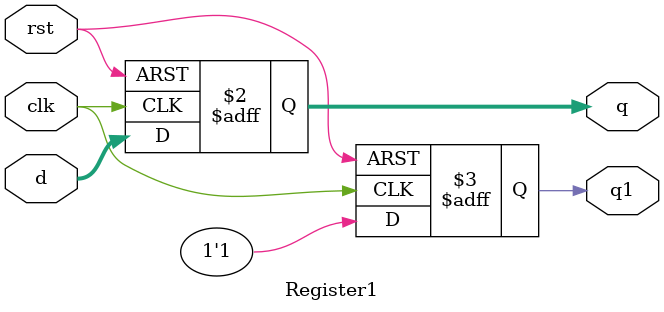
<source format=v>
module Register1 (
    input wire clk,
    input wire rst,
    input wire [7:0] d,
    output reg [7:0] q,
    output reg q1
);

always @(posedge clk or posedge rst) begin
    if (rst) begin
        q <= 8'b0;
        q1 <= 1'b0;
    end else begin
        q <= d;
        q1 <= 1'b1;
    end
end

endmodule


</source>
